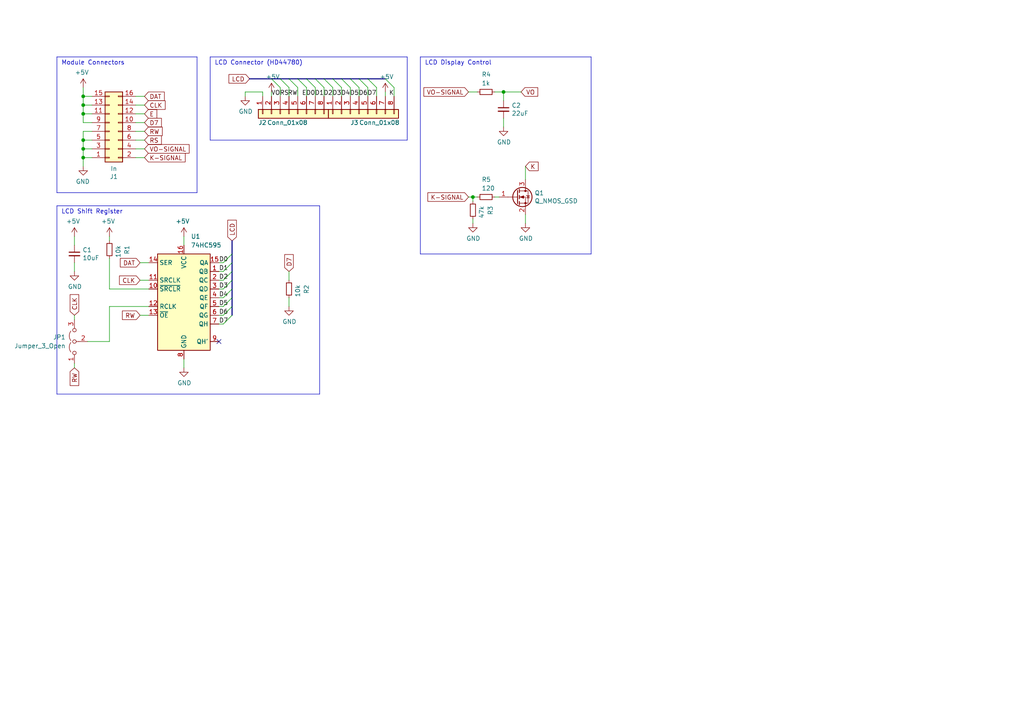
<source format=kicad_sch>
(kicad_sch (version 20230121) (generator eeschema)
  (paper "A4")
  (title_block (title "KTANE Physical Edition - Empty Module") (date "2021-04-17") (rev "1") (company "Designed by Melair") (comment 1 "Blank module"))
  (lib_symbols
    (symbol "74xx:74HC595"
      (property "Reference" "U" (at -7.62 13.97 0))
      (property "Value" "74HC595" (at -7.62 -16.51 0))
      (symbol "74HC595_1_0"
        (pin tri_state line (at 10.16 7.62 180) (length 2.54) (name "QB") (number "1"))
        (pin input line (at -10.16 2.54 0) (length 2.54) (name "~{SRCLR}") (number "10"))
        (pin input line (at -10.16 5.08 0) (length 2.54) (name "SRCLK") (number "11"))
        (pin input line (at -10.16 -2.54 0) (length 2.54) (name "RCLK") (number "12"))
        (pin input line (at -10.16 -5.08 0) (length 2.54) (name "~{OE}") (number "13"))
        (pin input line (at -10.16 10.16 0) (length 2.54) (name "SER") (number "14"))
        (pin tri_state line (at 10.16 10.16 180) (length 2.54) (name "QA") (number "15"))
        (pin power_in line (at 0 15.24 270) (length 2.54) (name "VCC") (number "16"))
        (pin tri_state line (at 10.16 5.08 180) (length 2.54) (name "QC") (number "2"))
        (pin tri_state line (at 10.16 2.54 180) (length 2.54) (name "QD") (number "3"))
        (pin tri_state line (at 10.16 0 180) (length 2.54) (name "QE") (number "4"))
        (pin tri_state line (at 10.16 -2.54 180) (length 2.54) (name "QF") (number "5"))
        (pin tri_state line (at 10.16 -5.08 180) (length 2.54) (name "QG") (number "6"))
        (pin tri_state line (at 10.16 -7.62 180) (length 2.54) (name "QH") (number "7"))
        (pin power_in line (at 0 -17.78 90) (length 2.54) (name "GND") (number "8"))
        (pin output line (at 10.16 -12.7 180) (length 2.54) (name "QH'") (number "9"))
      )
      (symbol "74HC595_1_1"
        (rectangle (start -7.62 12.7) (end 7.62 -15.24) (stroke (width 0.254)) (fill (type background)))
      )
    )
    (symbol "Connector_Generic:Conn_01x08" (pin_names (offset 1.016) hide)
      (property "Reference" "J" (at 0 10.16 0))
      (property "Value" "Conn_01x08" (at 0 -12.7 0))
      (symbol "Conn_01x08_1_1"
        (rectangle (start -1.27 -10.033) (end 0 -10.287) (stroke (width 0.1524)))
        (rectangle (start -1.27 -7.493) (end 0 -7.747) (stroke (width 0.1524)))
        (rectangle (start -1.27 -4.953) (end 0 -5.207) (stroke (width 0.1524)))
        (rectangle (start -1.27 -2.413) (end 0 -2.667) (stroke (width 0.1524)))
        (rectangle (start -1.27 0.127) (end 0 -0.127) (stroke (width 0.1524)))
        (rectangle (start -1.27 2.667) (end 0 2.413) (stroke (width 0.1524)))
        (rectangle (start -1.27 5.207) (end 0 4.953) (stroke (width 0.1524)))
        (rectangle (start -1.27 7.747) (end 0 7.493) (stroke (width 0.1524)))
        (rectangle (start -1.27 8.89) (end 1.27 -11.43) (stroke (width 0.254)) (fill (type background)))
        (pin passive line (at -5.08 7.62 0) (length 3.81) (name "Pin_1") (number "1"))
        (pin passive line (at -5.08 5.08 0) (length 3.81) (name "Pin_2") (number "2"))
        (pin passive line (at -5.08 2.54 0) (length 3.81) (name "Pin_3") (number "3"))
        (pin passive line (at -5.08 0 0) (length 3.81) (name "Pin_4") (number "4"))
        (pin passive line (at -5.08 -2.54 0) (length 3.81) (name "Pin_5") (number "5"))
        (pin passive line (at -5.08 -5.08 0) (length 3.81) (name "Pin_6") (number "6"))
        (pin passive line (at -5.08 -7.62 0) (length 3.81) (name "Pin_7") (number "7"))
        (pin passive line (at -5.08 -10.16 0) (length 3.81) (name "Pin_8") (number "8"))
      )
    )
    (symbol "Connector_Generic:Conn_02x08_Odd_Even" (pin_names (offset 1.016) hide)
      (property "Reference" "J" (at 1.27 10.16 0))
      (property "Value" "Conn_02x08_Odd_Even" (at 1.27 -12.7 0))
      (symbol "Conn_02x08_Odd_Even_1_1"
        (rectangle (start -1.27 -10.033) (end 0 -10.287) (stroke (width 0.1524)))
        (rectangle (start -1.27 -7.493) (end 0 -7.747) (stroke (width 0.1524)))
        (rectangle (start -1.27 -4.953) (end 0 -5.207) (stroke (width 0.1524)))
        (rectangle (start -1.27 -2.413) (end 0 -2.667) (stroke (width 0.1524)))
        (rectangle (start -1.27 0.127) (end 0 -0.127) (stroke (width 0.1524)))
        (rectangle (start -1.27 2.667) (end 0 2.413) (stroke (width 0.1524)))
        (rectangle (start -1.27 5.207) (end 0 4.953) (stroke (width 0.1524)))
        (rectangle (start -1.27 7.747) (end 0 7.493) (stroke (width 0.1524)))
        (rectangle (start -1.27 8.89) (end 3.81 -11.43) (stroke (width 0.254)) (fill (type background)))
        (rectangle (start 3.81 -10.033) (end 2.54 -10.287) (stroke (width 0.1524)))
        (rectangle (start 3.81 -7.493) (end 2.54 -7.747) (stroke (width 0.1524)))
        (rectangle (start 3.81 -4.953) (end 2.54 -5.207) (stroke (width 0.1524)))
        (rectangle (start 3.81 -2.413) (end 2.54 -2.667) (stroke (width 0.1524)))
        (rectangle (start 3.81 0.127) (end 2.54 -0.127) (stroke (width 0.1524)))
        (rectangle (start 3.81 2.667) (end 2.54 2.413) (stroke (width 0.1524)))
        (rectangle (start 3.81 5.207) (end 2.54 4.953) (stroke (width 0.1524)))
        (rectangle (start 3.81 7.747) (end 2.54 7.493) (stroke (width 0.1524)))
        (pin passive line (at -5.08 7.62 0) (length 3.81) (name "Pin_1") (number "1"))
        (pin passive line (at 7.62 -2.54 180) (length 3.81) (name "Pin_10") (number "10"))
        (pin passive line (at -5.08 -5.08 0) (length 3.81) (name "Pin_11") (number "11"))
        (pin passive line (at 7.62 -5.08 180) (length 3.81) (name "Pin_12") (number "12"))
        (pin passive line (at -5.08 -7.62 0) (length 3.81) (name "Pin_13") (number "13"))
        (pin passive line (at 7.62 -7.62 180) (length 3.81) (name "Pin_14") (number "14"))
        (pin passive line (at -5.08 -10.16 0) (length 3.81) (name "Pin_15") (number "15"))
        (pin passive line (at 7.62 -10.16 180) (length 3.81) (name "Pin_16") (number "16"))
        (pin passive line (at 7.62 7.62 180) (length 3.81) (name "Pin_2") (number "2"))
        (pin passive line (at -5.08 5.08 0) (length 3.81) (name "Pin_3") (number "3"))
        (pin passive line (at 7.62 5.08 180) (length 3.81) (name "Pin_4") (number "4"))
        (pin passive line (at -5.08 2.54 0) (length 3.81) (name "Pin_5") (number "5"))
        (pin passive line (at 7.62 2.54 180) (length 3.81) (name "Pin_6") (number "6"))
        (pin passive line (at -5.08 0 0) (length 3.81) (name "Pin_7") (number "7"))
        (pin passive line (at 7.62 0 180) (length 3.81) (name "Pin_8") (number "8"))
        (pin passive line (at -5.08 -2.54 0) (length 3.81) (name "Pin_9") (number "9"))
      )
    )
    (symbol "Device:C_Small" (pin_numbers hide) (pin_names (offset 0.254) hide)
      (property "Reference" "C" (at 0.254 1.778 0))
      (property "Value" "C_Small" (at 0.254 -2.032 0))
      (symbol "C_Small_0_1"
        (polyline (pts (xy -1.524 -0.508) (xy 1.524 -0.508)) (stroke (width 0.3302)))
        (polyline (pts (xy -1.524 0.508) (xy 1.524 0.508)) (stroke (width 0.3048)))
      )
      (symbol "C_Small_1_1"
        (pin passive line (at 0 2.54 270) (length 2.032) (name "~") (number "1"))
        (pin passive line (at 0 -2.54 90) (length 2.032) (name "~") (number "2"))
      )
    )
    (symbol "Device:Q_NMOS_GSD" (pin_names (offset 0) hide)
      (property "Reference" "Q" (at 5.08 1.27 0))
      (property "Value" "Q_NMOS_GSD" (at 5.08 -1.27 0))
      (symbol "Q_NMOS_GSD_0_1"
        (polyline (pts (xy 0.254 0) (xy -2.54 0)))
        (polyline (pts (xy 0.254 1.905) (xy 0.254 -1.905)) (stroke (width 0.254)))
        (polyline (pts (xy 0.762 -1.27) (xy 0.762 -2.286)) (stroke (width 0.254)))
        (polyline (pts (xy 0.762 0.508) (xy 0.762 -0.508)) (stroke (width 0.254)))
        (polyline (pts (xy 0.762 2.286) (xy 0.762 1.27)) (stroke (width 0.254)))
        (polyline (pts (xy 2.54 2.54) (xy 2.54 1.778)))
        (polyline (pts (xy 2.54 -2.54) (xy 2.54 0) (xy 0.762 0)))
        (polyline (pts (xy 0.762 -1.778) (xy 3.302 -1.778) (xy 3.302 1.778) (xy 0.762 1.778)))
        (polyline (pts (xy 1.016 0) (xy 2.032 0.381) (xy 2.032 -0.381) (xy 1.016 0)) (fill (type outline)))
        (polyline (pts (xy 2.794 0.508) (xy 2.921 0.381) (xy 3.683 0.381) (xy 3.81 0.254)))
        (polyline (pts (xy 3.302 0.381) (xy 2.921 -0.254) (xy 3.683 -0.254) (xy 3.302 0.381)))
        (circle (center 1.651 0) (radius 2.794) (stroke (width 0.254)))
        (circle (center 2.54 -1.778) (radius 0.254) (fill (type outline)))
        (circle (center 2.54 1.778) (radius 0.254) (fill (type outline)))
      )
      (symbol "Q_NMOS_GSD_1_1"
        (pin input line (at -5.08 0 0) (length 2.54) (name "G") (number "1"))
        (pin passive line (at 2.54 -5.08 90) (length 2.54) (name "S") (number "2"))
        (pin passive line (at 2.54 5.08 270) (length 2.54) (name "D") (number "3"))
      )
    )
    (symbol "Device:R_Small" (pin_numbers hide) (pin_names (offset 0.254) hide)
      (property "Reference" "R" (at 0.762 0.508 0))
      (property "Value" "R_Small" (at 0.762 -1.016 0))
      (symbol "R_Small_0_1"
        (rectangle (start -0.762 1.778) (end 0.762 -1.778) (stroke (width 0.2032)))
      )
      (symbol "R_Small_1_1"
        (pin passive line (at 0 2.54 270) (length 0.762) (name "~") (number "1"))
        (pin passive line (at 0 -2.54 90) (length 0.762) (name "~") (number "2"))
      )
    )
    (symbol "Jumper:Jumper_3_Open" (pin_names (offset 0) hide)
      (property "Reference" "JP" (at -2.54 -2.54 0))
      (property "Value" "Jumper_3_Open" (at 0 2.794 0))
      (symbol "Jumper_3_Open_0_0"
        (circle (center -3.302 0) (radius 0.508))
        (circle (center 0 0) (radius 0.508))
        (circle (center 3.302 0) (radius 0.508))
      )
      (symbol "Jumper_3_Open_0_1"
        (arc (start -0.254 1.016) (mid -1.651 1.4992) (end -3.048 1.016))
        (polyline (pts (xy 0 -0.508) (xy 0 -1.27)))
        (arc (start 3.048 1.016) (mid 1.651 1.4992) (end 0.254 1.016))
      )
      (symbol "Jumper_3_Open_1_1"
        (pin passive line (at -6.35 0 0) (length 2.54) (name "A") (number "1"))
        (pin passive line (at 0 -3.81 90) (length 2.54) (name "C") (number "2"))
        (pin passive line (at 6.35 0 180) (length 2.54) (name "B") (number "3"))
      )
    )
    (symbol "power:+5V" (power) (pin_names (offset 0))
      (property "Value" "+5V" (at 0 3.556 0))
      (symbol "+5V_0_1"
        (polyline (pts (xy -0.762 1.27) (xy 0 2.54)))
        (polyline (pts (xy 0 0) (xy 0 2.54)))
        (polyline (pts (xy 0 2.54) (xy 0.762 1.27)))
      )
      (symbol "+5V_1_1"
        (pin power_in line (at 0 0 90) (length 0) hide (name "+5V") (number "1"))
      )
    )
    (symbol "power:GND" (power) (pin_names (offset 0))
      (property "Value" "GND" (at 0 -3.81 0))
      (symbol "GND_0_1"
        (polyline (pts (xy 0 0) (xy 0 -1.27) (xy 1.27 -1.27) (xy 0 -2.54) (xy -1.27 -1.27) (xy 0 -1.27)))
      )
      (symbol "GND_1_1"
        (pin power_in line (at 0 0 270) (length 0) hide (name "GND") (number "1"))
      )
    )
  )
  (junction (at 24.13 27.94))
  (junction (at 24.13 33.02))
  (junction (at 137.16 57.15))
  (junction (at 24.13 30.48))
  (junction (at 146.05 26.67))
  (junction (at 24.13 43.18))
  (junction (at 24.13 40.64))
  (junction (at 24.13 45.72))
  (no_connect (at 63.5 99.06))
  (bus_entry (at 81.28 25.4) (size -2.54 -2.54))
  (bus_entry (at 101.6 25.4) (size -2.54 -2.54))
  (bus_entry (at 91.44 25.4) (size -2.54 -2.54))
  (bus_entry (at 67.31 73.66) (size -2.54 2.54))
  (bus_entry (at 106.68 25.4) (size -2.54 -2.54))
  (bus_entry (at 99.06 25.4) (size -2.54 -2.54))
  (bus_entry (at 96.52 25.4) (size -2.54 -2.54))
  (bus_entry (at 86.36 25.4) (size -2.54 -2.54))
  (bus_entry (at 64.77 88.9) (size 2.54 -2.54))
  (bus_entry (at 104.14 25.4) (size -2.54 -2.54))
  (bus_entry (at 64.77 91.44) (size 2.54 -2.54))
  (bus_entry (at 114.3 25.4) (size -2.54 -2.54))
  (bus_entry (at 64.77 81.28) (size 2.54 -2.54))
  (bus_entry (at 83.82 25.4) (size -2.54 -2.54))
  (bus_entry (at 64.77 93.98) (size 2.54 -2.54))
  (bus_entry (at 64.77 86.36) (size 2.54 -2.54))
  (bus_entry (at 109.22 25.4) (size -2.54 -2.54))
  (bus_entry (at 64.77 78.74) (size 2.54 -2.54))
  (bus_entry (at 88.9 25.4) (size -2.54 -2.54))
  (bus_entry (at 64.77 83.82) (size 2.54 -2.54))
  (bus_entry (at 93.98 25.4) (size -2.54 -2.54))
  (bus (pts (xy 72.39 22.86) (xy 78.74 22.86)))
  (wire (pts (xy 39.37 38.1) (xy 41.91 38.1)))
  (wire (pts (xy 71.12 26.67) (xy 71.12 27.94)))
  (wire (pts (xy 86.36 27.94) (xy 86.36 25.4)))
  (polyline (pts (xy 171.45 16.51) (xy 121.92 16.51)))
  (wire (pts (xy 106.68 27.94) (xy 106.68 25.4)))
  (wire (pts (xy 76.2 26.67) (xy 71.12 26.67)))
  (bus (pts (xy 67.31 76.2) (xy 67.31 78.74)))
  (wire (pts (xy 137.16 58.42) (xy 137.16 57.15)))
  (bus (pts (xy 81.28 22.86) (xy 83.82 22.86)))
  (bus (pts (xy 104.14 22.86) (xy 106.68 22.86)))
  (wire (pts (xy 146.05 34.29) (xy 146.05 36.83)))
  (wire (pts (xy 21.59 105.41) (xy 21.59 106.68)))
  (wire (pts (xy 146.05 29.21) (xy 146.05 26.67)))
  (polyline (pts (xy 57.15 16.51) (xy 57.15 55.88)))
  (wire (pts (xy 83.82 78.74) (xy 83.82 81.28)))
  (wire (pts (xy 81.28 27.94) (xy 81.28 25.4)))
  (wire (pts (xy 26.67 40.64) (xy 24.13 40.64)))
  (polyline (pts (xy 92.71 114.3) (xy 16.51 114.3)))
  (wire (pts (xy 26.67 43.18) (xy 24.13 43.18)))
  (bus (pts (xy 67.31 83.82) (xy 67.31 86.36)))
  (wire (pts (xy 31.75 83.82) (xy 43.18 83.82)))
  (wire (pts (xy 63.5 91.44) (xy 64.77 91.44)))
  (wire (pts (xy 21.59 91.44) (xy 21.59 92.71)))
  (wire (pts (xy 39.37 27.94) (xy 41.91 27.94)))
  (bus (pts (xy 86.36 22.86) (xy 88.9 22.86)))
  (wire (pts (xy 143.51 26.67) (xy 146.05 26.67)))
  (wire (pts (xy 31.75 99.06) (xy 31.75 88.9)))
  (wire (pts (xy 24.13 33.02) (xy 24.13 30.48)))
  (wire (pts (xy 24.13 40.64) (xy 24.13 43.18)))
  (wire (pts (xy 40.64 81.28) (xy 43.18 81.28)))
  (polyline (pts (xy 16.51 59.69) (xy 92.71 59.69)))
  (wire (pts (xy 39.37 30.48) (xy 41.91 30.48)))
  (wire (pts (xy 88.9 27.94) (xy 88.9 25.4)))
  (polyline (pts (xy 60.96 40.64) (xy 60.96 16.51)))
  (wire (pts (xy 26.67 35.56) (xy 24.13 35.56)))
  (wire (pts (xy 21.59 76.2) (xy 21.59 78.74)))
  (wire (pts (xy 91.44 27.94) (xy 91.44 25.4)))
  (bus (pts (xy 67.31 81.28) (xy 67.31 83.82)))
  (wire (pts (xy 78.74 26.67) (xy 78.74 27.94)))
  (wire (pts (xy 53.34 104.14) (xy 53.34 106.68)))
  (wire (pts (xy 24.13 43.18) (xy 24.13 45.72)))
  (wire (pts (xy 39.37 35.56) (xy 41.91 35.56)))
  (wire (pts (xy 25.4 99.06) (xy 31.75 99.06)))
  (wire (pts (xy 104.14 27.94) (xy 104.14 25.4)))
  (bus (pts (xy 83.82 22.86) (xy 86.36 22.86)))
  (wire (pts (xy 63.5 83.82) (xy 64.77 83.82)))
  (polyline (pts (xy 171.45 73.66) (xy 171.45 16.51)))
  (wire (pts (xy 39.37 33.02) (xy 41.91 33.02)))
  (wire (pts (xy 63.5 93.98) (xy 64.77 93.98)))
  (wire (pts (xy 31.75 68.58) (xy 31.75 69.85)))
  (wire (pts (xy 63.5 78.74) (xy 64.77 78.74)))
  (bus (pts (xy 67.31 73.66) (xy 67.31 76.2)))
  (bus (pts (xy 99.06 22.86) (xy 101.6 22.86)))
  (wire (pts (xy 63.5 81.28) (xy 64.77 81.28)))
  (wire (pts (xy 26.67 45.72) (xy 24.13 45.72)))
  (wire (pts (xy 96.52 27.94) (xy 96.52 25.4)))
  (polyline (pts (xy 60.96 16.51) (xy 118.11 16.51)))
  (wire (pts (xy 99.06 27.94) (xy 99.06 25.4)))
  (polyline (pts (xy 121.92 16.51) (xy 121.92 73.66)))
  (wire (pts (xy 24.13 27.94) (xy 24.13 25.4)))
  (wire (pts (xy 152.4 64.77) (xy 152.4 62.23)))
  (wire (pts (xy 31.75 74.93) (xy 31.75 83.82)))
  (wire (pts (xy 83.82 86.36) (xy 83.82 88.9)))
  (wire (pts (xy 114.3 27.94) (xy 114.3 25.4)))
  (wire (pts (xy 63.5 88.9) (xy 64.77 88.9)))
  (polyline (pts (xy 57.15 55.88) (xy 16.51 55.88)))
  (wire (pts (xy 144.78 57.15) (xy 143.51 57.15)))
  (wire (pts (xy 111.76 26.67) (xy 111.76 27.94)))
  (wire (pts (xy 39.37 45.72) (xy 41.91 45.72)))
  (wire (pts (xy 26.67 30.48) (xy 24.13 30.48)))
  (wire (pts (xy 26.67 38.1) (xy 24.13 38.1)))
  (wire (pts (xy 137.16 57.15) (xy 138.43 57.15)))
  (bus (pts (xy 67.31 78.74) (xy 67.31 81.28)))
  (polyline (pts (xy 16.51 16.51) (xy 57.15 16.51)))
  (polyline (pts (xy 16.51 114.3) (xy 16.51 59.69)))
  (wire (pts (xy 26.67 33.02) (xy 24.13 33.02)))
  (wire (pts (xy 24.13 30.48) (xy 24.13 27.94)))
  (wire (pts (xy 24.13 35.56) (xy 24.13 33.02)))
  (bus (pts (xy 91.44 22.86) (xy 93.98 22.86)))
  (polyline (pts (xy 92.71 59.69) (xy 92.71 114.3)))
  (bus (pts (xy 67.31 86.36) (xy 67.31 88.9)))
  (wire (pts (xy 83.82 27.94) (xy 83.82 25.4)))
  (wire (pts (xy 138.43 26.67) (xy 135.89 26.67)))
  (polyline (pts (xy 118.11 16.51) (xy 118.11 40.64)))
  (wire (pts (xy 39.37 43.18) (xy 41.91 43.18)))
  (wire (pts (xy 31.75 88.9) (xy 43.18 88.9)))
  (wire (pts (xy 76.2 27.94) (xy 76.2 26.67)))
  (polyline (pts (xy 118.11 40.64) (xy 60.96 40.64)))
  (wire (pts (xy 21.59 68.58) (xy 21.59 71.12)))
  (wire (pts (xy 146.05 26.67) (xy 151.13 26.67)))
  (bus (pts (xy 67.31 88.9) (xy 67.31 91.44)))
  (wire (pts (xy 152.4 52.07) (xy 152.4 48.26)))
  (wire (pts (xy 63.5 76.2) (xy 64.77 76.2)))
  (wire (pts (xy 93.98 27.94) (xy 93.98 25.4)))
  (wire (pts (xy 53.34 68.58) (xy 53.34 71.12)))
  (bus (pts (xy 78.74 22.86) (xy 81.28 22.86)))
  (wire (pts (xy 24.13 38.1) (xy 24.13 40.64)))
  (wire (pts (xy 40.64 91.44) (xy 43.18 91.44)))
  (bus (pts (xy 106.68 22.86) (xy 111.76 22.86)))
  (bus (pts (xy 93.98 22.86) (xy 96.52 22.86)))
  (wire (pts (xy 137.16 64.77) (xy 137.16 63.5)))
  (wire (pts (xy 26.67 27.94) (xy 24.13 27.94)))
  (bus (pts (xy 96.52 22.86) (xy 99.06 22.86)))
  (wire (pts (xy 39.37 40.64) (xy 41.91 40.64)))
  (wire (pts (xy 109.22 27.94) (xy 109.22 25.4)))
  (wire (pts (xy 63.5 86.36) (xy 64.77 86.36)))
  (wire (pts (xy 24.13 45.72) (xy 24.13 48.26)))
  (wire (pts (xy 135.89 57.15) (xy 137.16 57.15)))
  (polyline (pts (xy 16.51 55.88) (xy 16.51 16.51)))
  (wire (pts (xy 101.6 27.94) (xy 101.6 25.4)))
  (bus (pts (xy 67.31 69.85) (xy 67.31 73.66)))
  (polyline (pts (xy 121.92 73.66) (xy 171.45 73.66)))
  (bus (pts (xy 101.6 22.86) (xy 104.14 22.86)))
  (bus (pts (xy 88.9 22.86) (xy 91.44 22.86)))
  (wire (pts (xy 40.64 76.2) (xy 43.18 76.2)))
  (text "LCD Connector (HD44780)\n" (at 62.23 19.05 0) (effects (font (size 1.27 1.27)) (justify left bottom)))
  (text "Module Connectors" (at 17.78 19.05 0) (effects (font (size 1.27 1.27)) (justify left bottom)))
  (text "LCD Shift Register" (at 17.78 62.23 0) (effects (font (size 1.27 1.27)) (justify left bottom)))
  (text "LCD Display Control" (at 123.19 19.05 0) (effects (font (size 1.27 1.27)) (justify left bottom)))
  (label "D2" (at 96.52 27.94 180))
  (label "RW" (at 86.36 27.94 180))
  (label "D0" (at 91.44 27.94 180))
  (label "D3" (at 99.06 27.94 180))
  (label "D5" (at 63.5 88.9 0))
  (label "D5" (at 104.14 27.94 180))
  (label "D7" (at 109.22 27.94 180))
  (label "D2" (at 63.5 81.28 0))
  (label "D3" (at 63.5 83.82 0))
  (label "D6" (at 63.5 91.44 0))
  (label "D4" (at 101.6 27.94 180))
  (label "D1" (at 63.5 78.74 0))
  (label "D0" (at 63.5 76.2 0))
  (label "D7" (at 63.5 93.98 0))
  (label "D1" (at 93.98 27.94 180))
  (label "VO" (at 81.28 27.94 180))
  (label "E" (at 88.9 27.94 180))
  (label "K" (at 114.3 27.94 180))
  (label "D6" (at 106.68 27.94 180))
  (label "RS" (at 83.82 27.94 180))
  (label "D4" (at 63.5 86.36 0))
  (global_label "VO" (shape input) (at 151.13 26.67 0) (property "Intersheetrefs" "${INTERSHEET_REFS}" (effects hide)))
  (global_label "VO-SIGNAL" (shape input) (at 135.89 26.67 180) (property "Intersheetrefs" "${INTERSHEET_REFS}" (effects hide)))
  (global_label "CLK" (shape input) (at 41.91 30.48 0) (property "Intersheetrefs" "${INTERSHEET_REFS}" (effects hide)))
  (global_label "K-SIGNAL" (shape input) (at 135.89 57.15 180) (property "Intersheetrefs" "${INTERSHEET_REFS}" (effects hide)))
  (global_label "K" (shape input) (at 152.4 48.26 0) (property "Intersheetrefs" "${INTERSHEET_REFS}" (effects hide)))
  (global_label "DAT" (shape input) (at 40.64 76.2 180) (property "Intersheetrefs" "${INTERSHEET_REFS}" (effects hide)))
  (global_label "D7" (shape input) (at 83.82 78.74 90) (property "Intersheetrefs" "${INTERSHEET_REFS}" (effects hide)))
  (global_label "RW" (shape input) (at 40.64 91.44 180) (property "Intersheetrefs" "${INTERSHEET_REFS}" (effects hide)))
  (global_label "K-SIGNAL" (shape input) (at 41.91 45.72 0) (property "Intersheetrefs" "${INTERSHEET_REFS}" (effects hide)))
  (global_label "RS" (shape input) (at 41.91 40.64 0) (property "Intersheetrefs" "${INTERSHEET_REFS}" (effects hide)))
  (global_label "D7" (shape input) (at 41.91 35.56 0) (property "Intersheetrefs" "${INTERSHEET_REFS}" (effects hide)))
  (global_label "VO-SIGNAL" (shape input) (at 41.91 43.18 0) (property "Intersheetrefs" "${INTERSHEET_REFS}" (effects hide)))
  (global_label "RW" (shape input) (at 41.91 38.1 0) (property "Intersheetrefs" "${INTERSHEET_REFS}" (effects hide)))
  (global_label "LCD" (shape input) (at 67.31 69.85 90) (property "Intersheetrefs" "${INTERSHEET_REFS}" (effects hide)))
  (global_label "RW" (shape input) (at 21.59 106.68 270) (property "Intersheetrefs" "${INTERSHEET_REFS}" (effects hide)))
  (global_label "CLK" (shape input) (at 21.59 91.44 90) (property "Intersheetrefs" "${INTERSHEET_REFS}" (effects hide)))
  (global_label "E" (shape input) (at 41.91 33.02 0) (property "Intersheetrefs" "${INTERSHEET_REFS}" (effects hide)))
  (global_label "CLK" (shape input) (at 40.64 81.28 180) (property "Intersheetrefs" "${INTERSHEET_REFS}" (effects hide)))
  (global_label "DAT" (shape input) (at 41.91 27.94 0) (property "Intersheetrefs" "${INTERSHEET_REFS}" (effects hide)))
  (global_label "LCD" (shape input) (at 72.39 22.86 180) (property "Intersheetrefs" "${INTERSHEET_REFS}" (effects hide)))
  (symbol (lib_id "Connector_Generic:Conn_02x08_Odd_Even") (at 31.75 38.1 0) (mirror x) (unit 1)
    (property "Reference" "J1" (at 33.02 51.2318 0))
    (property "Value" "In" (at 33.02 48.9204 0))
    (property "Footprint" "Custom:PinHeader_2x08_P2.54mm_Vertical-Centered" (effects hide))
  )
  (symbol (lib_id "power:GND") (at 24.13 48.26 0) (mirror y) (unit 1)
    (property "Reference" "#PWR04" (effects hide))
    (property "Value" "GND" (at 24.003 52.6542 0))
  )
  (symbol (lib_id "power:+5V") (at 24.13 25.4 0) (mirror y) (unit 1)
    (property "Reference" "#PWR03" (effects hide))
    (property "Value" "+5V" (at 23.749 21.0058 0))
  )
  (symbol (lib_id "power:+5V") (at 21.59 68.58 0) (mirror y) (unit 1)
    (property "Reference" "#PWR01" (effects hide))
    (property "Value" "+5V" (at 21.209 64.1858 0))
  )
  (symbol (lib_id "power:+5V") (at 111.76 26.67 0) (unit 1)
    (property "Reference" "#PWR011" (effects hide))
    (property "Value" "+5V" (at 112.141 22.2758 0))
  )
  (symbol (lib_id "power:GND") (at 152.4 64.77 0) (unit 1)
    (property "Reference" "#PWR014" (effects hide))
    (property "Value" "GND" (at 152.527 69.1642 0))
  )
  (symbol (lib_id "Device:Q_NMOS_GSD") (at 149.86 57.15 0) (unit 1)
    (property "Reference" "Q1" (at 155.0416 55.9816 0) (effects (justify left)))
    (property "Value" "Q_NMOS_GSD" (at 155.0416 58.293 0) (effects (justify left)))
    (property "Footprint" "Package_TO_SOT_SMD:SOT-23" (effects hide))
  )
  (symbol (lib_id "Device:R_Small") (at 137.16 60.96 180) (unit 1)
    (property "Reference" "R3" (at 142.24 59.69 90) (effects (justify left)))
    (property "Value" "47k" (at 139.7 59.69 90) (effects (justify left)))
    (property "Footprint" "Resistor_SMD:R_0805_2012Metric" (effects hide))
  )
  (symbol (lib_id "Device:R_Small") (at 31.75 72.39 180) (unit 1)
    (property "Reference" "R1" (at 36.83 71.12 90) (effects (justify left)))
    (property "Value" "10k" (at 34.29 71.12 90) (effects (justify left)))
    (property "Footprint" "Resistor_SMD:R_0805_2012Metric" (effects hide))
  )
  (symbol (lib_id "Device:C_Small") (at 146.05 31.75 0) (unit 1)
    (property "Reference" "C2" (at 148.3868 30.5816 0) (effects (justify left)))
    (property "Value" "22uF" (at 148.3868 32.893 0) (effects (justify left)))
    (property "Footprint" "Capacitor_SMD:C_0805_2012Metric" (effects hide))
  )
  (symbol (lib_id "Connector_Generic:Conn_01x08") (at 104.14 33.02 90) (mirror x) (unit 1)
    (property "Reference" "J3" (at 101.6 35.56 90) (effects (justify right)))
    (property "Value" "Conn_01x08" (at 104.14 35.56 90) (effects (justify right)))
    (property "Footprint" "Connector_JST:JST_XH_B8B-XH-A_1x08_P2.50mm_Vertical" (effects hide))
  )
  (symbol (lib_id "Device:R_Small") (at 140.97 57.15 270) (unit 1)
    (property "Reference" "R5" (at 139.7 52.07 90) (effects (justify left)))
    (property "Value" "120" (at 139.7 54.61 90) (effects (justify left)))
    (property "Footprint" "Resistor_SMD:R_0805_2012Metric" (effects hide))
  )
  (symbol (lib_id "power:GND") (at 21.59 78.74 0) (unit 1)
    (property "Reference" "#PWR02" (effects hide))
    (property "Value" "GND" (at 21.717 83.1342 0))
  )
  (symbol (lib_id "Device:R_Small") (at 140.97 26.67 270) (unit 1)
    (property "Reference" "R4" (at 139.7 21.59 90) (effects (justify left)))
    (property "Value" "1k" (at 139.7 24.13 90) (effects (justify left)))
    (property "Footprint" "Resistor_SMD:R_0805_2012Metric" (effects hide))
  )
  (symbol (lib_id "power:+5V") (at 31.75 68.58 0) (mirror y) (unit 1)
    (property "Reference" "#PWR05" (effects hide))
    (property "Value" "+5V" (at 31.369 64.1858 0))
  )
  (symbol (lib_id "power:+5V") (at 53.34 68.58 0) (mirror y) (unit 1)
    (property "Reference" "#PWR06" (effects hide))
    (property "Value" "+5V" (at 52.959 64.1858 0))
  )
  (symbol (lib_id "power:GND") (at 137.16 64.77 0) (unit 1)
    (property "Reference" "#PWR012" (effects hide))
    (property "Value" "GND" (at 137.287 69.1642 0))
  )
  (symbol (lib_id "power:GND") (at 71.12 27.94 0) (unit 1)
    (property "Reference" "#PWR08" (effects hide))
    (property "Value" "GND" (at 71.247 32.3342 0))
  )
  (symbol (lib_id "74xx:74HC595") (at 53.34 86.36 0) (unit 1)
    (property "Reference" "U1" (at 55.3594 68.58 0) (effects (justify left)))
    (property "Value" "74HC595" (at 55.3594 71.12 0) (effects (justify left)))
    (property "Footprint" "Package_SO:SOIC-16_3.9x9.9mm_P1.27mm" (effects hide))
    (property "Datasheet" "http://www.ti.com/lit/ds/symlink/sn74hc595.pdf" (effects hide))
  )
  (symbol (lib_id "Connector_Generic:Conn_01x08") (at 83.82 33.02 90) (mirror x) (unit 1)
    (property "Reference" "J2" (at 74.93 35.56 90) (effects (justify right)))
    (property "Value" "Conn_01x08" (at 77.47 35.56 90) (effects (justify right)))
    (property "Footprint" "Connector_JST:JST_XH_B8B-XH-A_1x08_P2.50mm_Vertical" (effects hide))
  )
  (symbol (lib_id "power:GND") (at 83.82 88.9 0) (unit 1)
    (property "Reference" "#PWR010" (effects hide))
    (property "Value" "GND" (at 83.947 93.2942 0))
  )
  (symbol (lib_id "Device:R_Small") (at 83.82 83.82 180) (unit 1)
    (property "Reference" "R2" (at 88.9 82.55 90) (effects (justify left)))
    (property "Value" "10k" (at 86.36 82.55 90) (effects (justify left)))
    (property "Footprint" "Resistor_SMD:R_0805_2012Metric" (effects hide))
  )
  (symbol (lib_id "power:+5V") (at 78.74 26.67 0) (unit 1)
    (property "Reference" "#PWR09" (effects hide))
    (property "Value" "+5V" (at 79.121 22.2758 0))
  )
  (symbol (lib_id "Device:C_Small") (at 21.59 73.66 0) (unit 1)
    (property "Reference" "C1" (at 23.9268 72.4916 0) (effects (justify left)))
    (property "Value" "10uF" (at 23.9268 74.803 0) (effects (justify left)))
    (property "Footprint" "Capacitor_SMD:C_0805_2012Metric" (effects hide))
  )
  (symbol (lib_id "power:GND") (at 53.34 106.68 0) (unit 1)
    (property "Reference" "#PWR07" (effects hide))
    (property "Value" "GND" (at 53.467 111.0742 0))
  )
  (symbol (lib_id "power:GND") (at 146.05 36.83 0) (unit 1)
    (property "Reference" "#PWR013" (effects hide))
    (property "Value" "GND" (at 146.177 41.2242 0))
  )
  (symbol (lib_id "Jumper:Jumper_3_Open") (at 21.59 99.06 90) (unit 1)
    (property "Reference" "JP1" (at 19.05 97.7899 90) (effects (justify left)))
    (property "Value" "Jumper_3_Open" (at 19.05 100.3299 90) (effects (justify left)))
    (property "Footprint" "Jumper:SolderJumper-3_P2.0mm_Open_TrianglePad1.0x1.5mm" (effects hide))
  )
)
</source>
